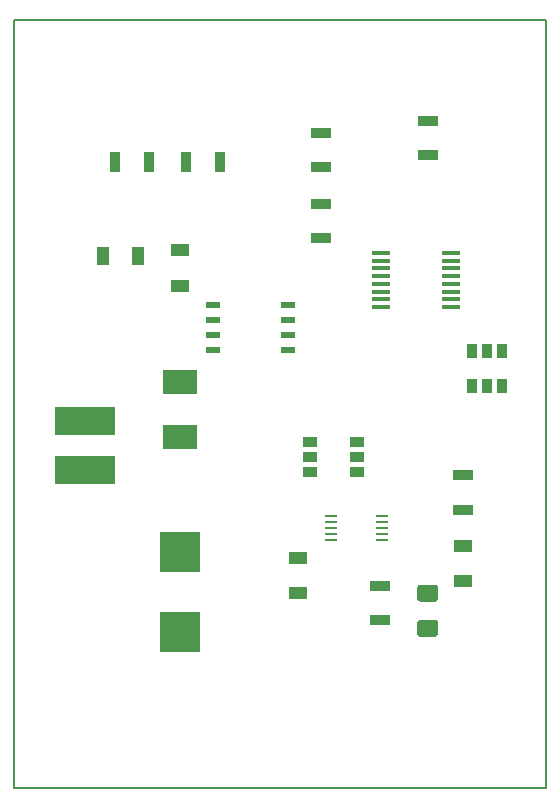
<source format=gbr>
%TF.GenerationSoftware,KiCad,Pcbnew,5.0.0*%
%TF.CreationDate,2018-10-12T22:56:55+01:00*%
%TF.ProjectId,ESP8266_home_battery_controller,455350383236365F686F6D655F626174,rev?*%
%TF.SameCoordinates,Original*%
%TF.FileFunction,Paste,Top*%
%TF.FilePolarity,Positive*%
%FSLAX46Y46*%
G04 Gerber Fmt 4.6, Leading zero omitted, Abs format (unit mm)*
G04 Created by KiCad (PCBNEW 5.0.0) date Fri Oct 12 22:56:55 2018*
%MOMM*%
%LPD*%
G01*
G04 APERTURE LIST*
%ADD10C,0.150000*%
%ADD11R,5.100000X2.350000*%
%ADD12R,1.100000X0.250000*%
%ADD13R,1.500000X0.450000*%
%ADD14R,1.700000X0.900000*%
%ADD15R,3.500000X3.500000*%
%ADD16R,1.270000X0.970000*%
%ADD17R,0.970000X1.270000*%
%ADD18R,1.143000X0.508000*%
%ADD19R,1.000000X1.600000*%
%ADD20R,1.600000X1.000000*%
%ADD21R,3.000000X2.000000*%
%ADD22R,0.900000X1.700000*%
%ADD23C,0.100000*%
%ADD24C,1.425000*%
G04 APERTURE END LIST*
D10*
X150000000Y-55000000D02*
X195000000Y-55000000D01*
X150000000Y-120000000D02*
X150000000Y-55000000D01*
X195000000Y-120000000D02*
X150000000Y-120000000D01*
X195000000Y-55000000D02*
X195000000Y-120000000D01*
D11*
X156000000Y-88925000D03*
X156000000Y-93075000D03*
D12*
X181150000Y-97000000D03*
X181150000Y-97500000D03*
X181150000Y-98000000D03*
X181150000Y-98500000D03*
X181150000Y-99000000D03*
X176850000Y-99000000D03*
X176850000Y-98500000D03*
X176850000Y-98000000D03*
X176850000Y-97500000D03*
X176850000Y-97000000D03*
D13*
X186950000Y-74725000D03*
X186950000Y-75375000D03*
X186950000Y-76025000D03*
X186950000Y-76675000D03*
X186950000Y-77325000D03*
X186950000Y-77975000D03*
X186950000Y-78625000D03*
X186950000Y-79275000D03*
X181050000Y-79275000D03*
X181050000Y-78625000D03*
X181050000Y-77975000D03*
X181050000Y-77325000D03*
X181050000Y-76675000D03*
X181050000Y-76025000D03*
X181050000Y-75375000D03*
X181050000Y-74725000D03*
D14*
X181000000Y-102924779D03*
X181000000Y-105824779D03*
X188000000Y-96450000D03*
X188000000Y-93550000D03*
D15*
X164000000Y-106800000D03*
X164000000Y-100000000D03*
D16*
X175000000Y-90730000D03*
X175000000Y-92000000D03*
X175000000Y-93270000D03*
X179000000Y-90730000D03*
X179000000Y-92000000D03*
X179000000Y-93270000D03*
D17*
X188730000Y-83000000D03*
X190000000Y-83000000D03*
X191270000Y-83000000D03*
X188730000Y-86000000D03*
X190000000Y-86000000D03*
X191270000Y-86000000D03*
D14*
X176000000Y-70550000D03*
X176000000Y-73450000D03*
D18*
X173175000Y-79095000D03*
X173175000Y-80365000D03*
X173175000Y-81635000D03*
X173175000Y-82905000D03*
X166825000Y-82905000D03*
X166825000Y-81635000D03*
X166825000Y-80365000D03*
X166825000Y-79095000D03*
D19*
X160500000Y-75000000D03*
X157500000Y-75000000D03*
D20*
X164000000Y-74500000D03*
X164000000Y-77500000D03*
D21*
X164000000Y-85675000D03*
X164000000Y-90325000D03*
D22*
X167450000Y-67000000D03*
X164550000Y-67000000D03*
X161450000Y-67000000D03*
X158550000Y-67000000D03*
D14*
X185000000Y-63550000D03*
X185000000Y-66450000D03*
X176000000Y-64550000D03*
X176000000Y-67450000D03*
D20*
X188000000Y-102500000D03*
X188000000Y-99500000D03*
X174000000Y-100500000D03*
X174000000Y-103500000D03*
D23*
G36*
X185649504Y-102801204D02*
X185673773Y-102804804D01*
X185697571Y-102810765D01*
X185720671Y-102819030D01*
X185742849Y-102829520D01*
X185763893Y-102842133D01*
X185783598Y-102856747D01*
X185801777Y-102873223D01*
X185818253Y-102891402D01*
X185832867Y-102911107D01*
X185845480Y-102932151D01*
X185855970Y-102954329D01*
X185864235Y-102977429D01*
X185870196Y-103001227D01*
X185873796Y-103025496D01*
X185875000Y-103050000D01*
X185875000Y-103975000D01*
X185873796Y-103999504D01*
X185870196Y-104023773D01*
X185864235Y-104047571D01*
X185855970Y-104070671D01*
X185845480Y-104092849D01*
X185832867Y-104113893D01*
X185818253Y-104133598D01*
X185801777Y-104151777D01*
X185783598Y-104168253D01*
X185763893Y-104182867D01*
X185742849Y-104195480D01*
X185720671Y-104205970D01*
X185697571Y-104214235D01*
X185673773Y-104220196D01*
X185649504Y-104223796D01*
X185625000Y-104225000D01*
X184375000Y-104225000D01*
X184350496Y-104223796D01*
X184326227Y-104220196D01*
X184302429Y-104214235D01*
X184279329Y-104205970D01*
X184257151Y-104195480D01*
X184236107Y-104182867D01*
X184216402Y-104168253D01*
X184198223Y-104151777D01*
X184181747Y-104133598D01*
X184167133Y-104113893D01*
X184154520Y-104092849D01*
X184144030Y-104070671D01*
X184135765Y-104047571D01*
X184129804Y-104023773D01*
X184126204Y-103999504D01*
X184125000Y-103975000D01*
X184125000Y-103050000D01*
X184126204Y-103025496D01*
X184129804Y-103001227D01*
X184135765Y-102977429D01*
X184144030Y-102954329D01*
X184154520Y-102932151D01*
X184167133Y-102911107D01*
X184181747Y-102891402D01*
X184198223Y-102873223D01*
X184216402Y-102856747D01*
X184236107Y-102842133D01*
X184257151Y-102829520D01*
X184279329Y-102819030D01*
X184302429Y-102810765D01*
X184326227Y-102804804D01*
X184350496Y-102801204D01*
X184375000Y-102800000D01*
X185625000Y-102800000D01*
X185649504Y-102801204D01*
X185649504Y-102801204D01*
G37*
D24*
X185000000Y-103512500D03*
D23*
G36*
X185649504Y-105776204D02*
X185673773Y-105779804D01*
X185697571Y-105785765D01*
X185720671Y-105794030D01*
X185742849Y-105804520D01*
X185763893Y-105817133D01*
X185783598Y-105831747D01*
X185801777Y-105848223D01*
X185818253Y-105866402D01*
X185832867Y-105886107D01*
X185845480Y-105907151D01*
X185855970Y-105929329D01*
X185864235Y-105952429D01*
X185870196Y-105976227D01*
X185873796Y-106000496D01*
X185875000Y-106025000D01*
X185875000Y-106950000D01*
X185873796Y-106974504D01*
X185870196Y-106998773D01*
X185864235Y-107022571D01*
X185855970Y-107045671D01*
X185845480Y-107067849D01*
X185832867Y-107088893D01*
X185818253Y-107108598D01*
X185801777Y-107126777D01*
X185783598Y-107143253D01*
X185763893Y-107157867D01*
X185742849Y-107170480D01*
X185720671Y-107180970D01*
X185697571Y-107189235D01*
X185673773Y-107195196D01*
X185649504Y-107198796D01*
X185625000Y-107200000D01*
X184375000Y-107200000D01*
X184350496Y-107198796D01*
X184326227Y-107195196D01*
X184302429Y-107189235D01*
X184279329Y-107180970D01*
X184257151Y-107170480D01*
X184236107Y-107157867D01*
X184216402Y-107143253D01*
X184198223Y-107126777D01*
X184181747Y-107108598D01*
X184167133Y-107088893D01*
X184154520Y-107067849D01*
X184144030Y-107045671D01*
X184135765Y-107022571D01*
X184129804Y-106998773D01*
X184126204Y-106974504D01*
X184125000Y-106950000D01*
X184125000Y-106025000D01*
X184126204Y-106000496D01*
X184129804Y-105976227D01*
X184135765Y-105952429D01*
X184144030Y-105929329D01*
X184154520Y-105907151D01*
X184167133Y-105886107D01*
X184181747Y-105866402D01*
X184198223Y-105848223D01*
X184216402Y-105831747D01*
X184236107Y-105817133D01*
X184257151Y-105804520D01*
X184279329Y-105794030D01*
X184302429Y-105785765D01*
X184326227Y-105779804D01*
X184350496Y-105776204D01*
X184375000Y-105775000D01*
X185625000Y-105775000D01*
X185649504Y-105776204D01*
X185649504Y-105776204D01*
G37*
D24*
X185000000Y-106487500D03*
M02*

</source>
